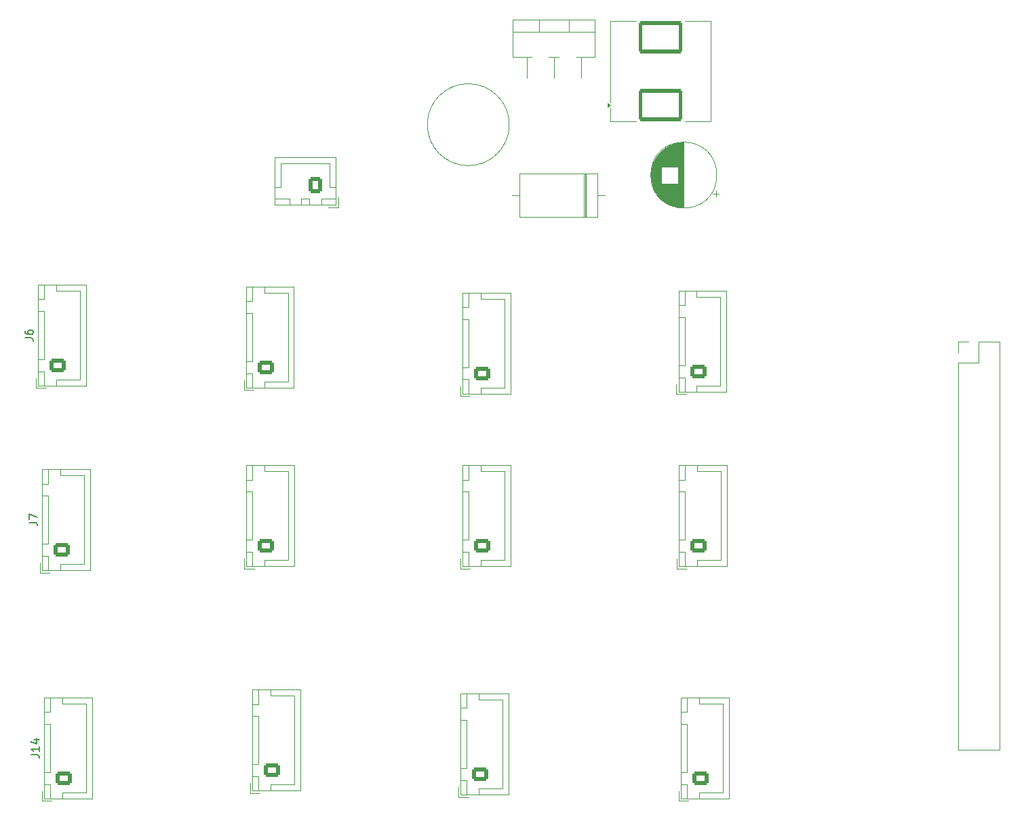
<source format=gto>
G04 #@! TF.GenerationSoftware,KiCad,Pcbnew,8.0.8-8.0.8-0~ubuntu24.04.1*
G04 #@! TF.CreationDate,2025-04-08T09:18:08-05:00*
G04 #@! TF.ProjectId,wasabi,77617361-6269-42e6-9b69-6361645f7063,rev?*
G04 #@! TF.SameCoordinates,Original*
G04 #@! TF.FileFunction,Legend,Top*
G04 #@! TF.FilePolarity,Positive*
%FSLAX46Y46*%
G04 Gerber Fmt 4.6, Leading zero omitted, Abs format (unit mm)*
G04 Created by KiCad (PCBNEW 8.0.8-8.0.8-0~ubuntu24.04.1) date 2025-04-08 09:18:08*
%MOMM*%
%LPD*%
G01*
G04 APERTURE LIST*
G04 Aperture macros list*
%AMRoundRect*
0 Rectangle with rounded corners*
0 $1 Rounding radius*
0 $2 $3 $4 $5 $6 $7 $8 $9 X,Y pos of 4 corners*
0 Add a 4 corners polygon primitive as box body*
4,1,4,$2,$3,$4,$5,$6,$7,$8,$9,$2,$3,0*
0 Add four circle primitives for the rounded corners*
1,1,$1+$1,$2,$3*
1,1,$1+$1,$4,$5*
1,1,$1+$1,$6,$7*
1,1,$1+$1,$8,$9*
0 Add four rect primitives between the rounded corners*
20,1,$1+$1,$2,$3,$4,$5,0*
20,1,$1+$1,$4,$5,$6,$7,0*
20,1,$1+$1,$6,$7,$8,$9,0*
20,1,$1+$1,$8,$9,$2,$3,0*%
G04 Aperture macros list end*
%ADD10C,0.150000*%
%ADD11C,0.120000*%
%ADD12RoundRect,0.250000X0.725000X-0.600000X0.725000X0.600000X-0.725000X0.600000X-0.725000X-0.600000X0*%
%ADD13O,1.950000X1.700000*%
%ADD14C,1.500000*%
%ADD15C,1.600000*%
%ADD16RoundRect,0.250000X0.600000X0.750000X-0.600000X0.750000X-0.600000X-0.750000X0.600000X-0.750000X0*%
%ADD17O,1.700000X2.000000*%
%ADD18R,1.800000X1.800000*%
%ADD19O,1.800000X1.800000*%
%ADD20R,3.200000X3.200000*%
%ADD21O,3.200000X3.200000*%
%ADD22RoundRect,0.250000X2.500000X-1.750000X2.500000X1.750000X-2.500000X1.750000X-2.500000X-1.750000X0*%
%ADD23R,1.600000X1.600000*%
%ADD24R,1.700000X1.700000*%
%ADD25O,1.700000X1.700000*%
G04 APERTURE END LIST*
D10*
X73654819Y-105133333D02*
X74369104Y-105133333D01*
X74369104Y-105133333D02*
X74511961Y-105180952D01*
X74511961Y-105180952D02*
X74607200Y-105276190D01*
X74607200Y-105276190D02*
X74654819Y-105419047D01*
X74654819Y-105419047D02*
X74654819Y-105514285D01*
X73654819Y-104752380D02*
X73654819Y-104085714D01*
X73654819Y-104085714D02*
X74654819Y-104514285D01*
X73904819Y-134119523D02*
X74619104Y-134119523D01*
X74619104Y-134119523D02*
X74761961Y-134167142D01*
X74761961Y-134167142D02*
X74857200Y-134262380D01*
X74857200Y-134262380D02*
X74904819Y-134405237D01*
X74904819Y-134405237D02*
X74904819Y-134500475D01*
X74904819Y-133119523D02*
X74904819Y-133690951D01*
X74904819Y-133405237D02*
X73904819Y-133405237D01*
X73904819Y-133405237D02*
X74047676Y-133500475D01*
X74047676Y-133500475D02*
X74142914Y-133595713D01*
X74142914Y-133595713D02*
X74190533Y-133690951D01*
X74238152Y-132262380D02*
X74904819Y-132262380D01*
X73857200Y-132500475D02*
X74571485Y-132738570D01*
X74571485Y-132738570D02*
X74571485Y-132119523D01*
X73154819Y-82083333D02*
X73869104Y-82083333D01*
X73869104Y-82083333D02*
X74011961Y-82130952D01*
X74011961Y-82130952D02*
X74107200Y-82226190D01*
X74107200Y-82226190D02*
X74154819Y-82369047D01*
X74154819Y-82369047D02*
X74154819Y-82464285D01*
X73154819Y-81178571D02*
X73154819Y-81369047D01*
X73154819Y-81369047D02*
X73202438Y-81464285D01*
X73202438Y-81464285D02*
X73250057Y-81511904D01*
X73250057Y-81511904D02*
X73392914Y-81607142D01*
X73392914Y-81607142D02*
X73583390Y-81654761D01*
X73583390Y-81654761D02*
X73964342Y-81654761D01*
X73964342Y-81654761D02*
X74059580Y-81607142D01*
X74059580Y-81607142D02*
X74107200Y-81559523D01*
X74107200Y-81559523D02*
X74154819Y-81464285D01*
X74154819Y-81464285D02*
X74154819Y-81273809D01*
X74154819Y-81273809D02*
X74107200Y-81178571D01*
X74107200Y-81178571D02*
X74059580Y-81130952D01*
X74059580Y-81130952D02*
X73964342Y-81083333D01*
X73964342Y-81083333D02*
X73726247Y-81083333D01*
X73726247Y-81083333D02*
X73631009Y-81130952D01*
X73631009Y-81130952D02*
X73583390Y-81178571D01*
X73583390Y-81178571D02*
X73535771Y-81273809D01*
X73535771Y-81273809D02*
X73535771Y-81464285D01*
X73535771Y-81464285D02*
X73583390Y-81559523D01*
X73583390Y-81559523D02*
X73631009Y-81607142D01*
X73631009Y-81607142D02*
X73726247Y-81654761D01*
D11*
X101250000Y-137660000D02*
X101250000Y-138910000D01*
X101250000Y-138910000D02*
X102500000Y-138910000D01*
X101540000Y-126000000D02*
X101540000Y-138620000D01*
X101540000Y-138620000D02*
X107510000Y-138620000D01*
X101550000Y-126010000D02*
X101550000Y-127810000D01*
X101550000Y-127810000D02*
X102300000Y-127810000D01*
X101550000Y-129310000D02*
X101550000Y-135310000D01*
X101550000Y-135310000D02*
X102300000Y-135310000D01*
X101550000Y-136810000D02*
X101550000Y-138610000D01*
X101550000Y-138610000D02*
X102300000Y-138610000D01*
X102300000Y-126010000D02*
X101550000Y-126010000D01*
X102300000Y-127810000D02*
X102300000Y-126010000D01*
X102300000Y-129310000D02*
X101550000Y-129310000D01*
X102300000Y-135310000D02*
X102300000Y-129310000D01*
X102300000Y-136810000D02*
X101550000Y-136810000D01*
X102300000Y-138610000D02*
X102300000Y-136810000D01*
X103800000Y-126010000D02*
X103800000Y-126760000D01*
X103800000Y-126760000D02*
X106750000Y-126760000D01*
X103800000Y-137860000D02*
X106750000Y-137860000D01*
X103800000Y-138610000D02*
X103800000Y-137860000D01*
X106750000Y-126760000D02*
X106750000Y-132310000D01*
X106750000Y-137860000D02*
X106750000Y-132310000D01*
X107510000Y-126000000D02*
X101540000Y-126000000D01*
X107510000Y-138620000D02*
X107510000Y-126000000D01*
X133620000Y-55450000D02*
G75*
G02*
X123380000Y-55450000I-5120000J0D01*
G01*
X123380000Y-55450000D02*
G75*
G02*
X133620000Y-55450000I5120000J0D01*
G01*
X100475000Y-87350000D02*
X100475000Y-88600000D01*
X100475000Y-88600000D02*
X101725000Y-88600000D01*
X100765000Y-75690000D02*
X100765000Y-88310000D01*
X100765000Y-88310000D02*
X106735000Y-88310000D01*
X100775000Y-75700000D02*
X100775000Y-77500000D01*
X100775000Y-77500000D02*
X101525000Y-77500000D01*
X100775000Y-79000000D02*
X100775000Y-85000000D01*
X100775000Y-85000000D02*
X101525000Y-85000000D01*
X100775000Y-86500000D02*
X100775000Y-88300000D01*
X100775000Y-88300000D02*
X101525000Y-88300000D01*
X101525000Y-75700000D02*
X100775000Y-75700000D01*
X101525000Y-77500000D02*
X101525000Y-75700000D01*
X101525000Y-79000000D02*
X100775000Y-79000000D01*
X101525000Y-85000000D02*
X101525000Y-79000000D01*
X101525000Y-86500000D02*
X100775000Y-86500000D01*
X101525000Y-88300000D02*
X101525000Y-86500000D01*
X103025000Y-75700000D02*
X103025000Y-76450000D01*
X103025000Y-76450000D02*
X105975000Y-76450000D01*
X103025000Y-87550000D02*
X105975000Y-87550000D01*
X103025000Y-88300000D02*
X103025000Y-87550000D01*
X105975000Y-76450000D02*
X105975000Y-82000000D01*
X105975000Y-87550000D02*
X105975000Y-82000000D01*
X106735000Y-75690000D02*
X100765000Y-75690000D01*
X106735000Y-88310000D02*
X106735000Y-75690000D01*
X154500000Y-109650000D02*
X154500000Y-110900000D01*
X154500000Y-110900000D02*
X155750000Y-110900000D01*
X154790000Y-97990000D02*
X154790000Y-110610000D01*
X154790000Y-110610000D02*
X160760000Y-110610000D01*
X154800000Y-98000000D02*
X154800000Y-99800000D01*
X154800000Y-99800000D02*
X155550000Y-99800000D01*
X154800000Y-101300000D02*
X154800000Y-107300000D01*
X154800000Y-107300000D02*
X155550000Y-107300000D01*
X154800000Y-108800000D02*
X154800000Y-110600000D01*
X154800000Y-110600000D02*
X155550000Y-110600000D01*
X155550000Y-98000000D02*
X154800000Y-98000000D01*
X155550000Y-99800000D02*
X155550000Y-98000000D01*
X155550000Y-101300000D02*
X154800000Y-101300000D01*
X155550000Y-107300000D02*
X155550000Y-101300000D01*
X155550000Y-108800000D02*
X154800000Y-108800000D01*
X155550000Y-110600000D02*
X155550000Y-108800000D01*
X157050000Y-98000000D02*
X157050000Y-98750000D01*
X157050000Y-98750000D02*
X160000000Y-98750000D01*
X157050000Y-109850000D02*
X160000000Y-109850000D01*
X157050000Y-110600000D02*
X157050000Y-109850000D01*
X160000000Y-98750000D02*
X160000000Y-104300000D01*
X160000000Y-109850000D02*
X160000000Y-104300000D01*
X160760000Y-97990000D02*
X154790000Y-97990000D01*
X160760000Y-110610000D02*
X160760000Y-97990000D01*
X104340000Y-59515000D02*
X104340000Y-65485000D01*
X104340000Y-65485000D02*
X111960000Y-65485000D01*
X104350000Y-63225000D02*
X105100000Y-63225000D01*
X104350000Y-64725000D02*
X104350000Y-65475000D01*
X104350000Y-65475000D02*
X106150000Y-65475000D01*
X105100000Y-60275000D02*
X108150000Y-60275000D01*
X105100000Y-63225000D02*
X105100000Y-60275000D01*
X106150000Y-64725000D02*
X104350000Y-64725000D01*
X106150000Y-65475000D02*
X106150000Y-64725000D01*
X107650000Y-64725000D02*
X107650000Y-65475000D01*
X107650000Y-65475000D02*
X108650000Y-65475000D01*
X108650000Y-64725000D02*
X107650000Y-64725000D01*
X108650000Y-65475000D02*
X108650000Y-64725000D01*
X110150000Y-64725000D02*
X110150000Y-65475000D01*
X110150000Y-65475000D02*
X111950000Y-65475000D01*
X111000000Y-65775000D02*
X112250000Y-65775000D01*
X111200000Y-60275000D02*
X108150000Y-60275000D01*
X111200000Y-63225000D02*
X111200000Y-60275000D01*
X111950000Y-63225000D02*
X111200000Y-63225000D01*
X111950000Y-64725000D02*
X110150000Y-64725000D01*
X111950000Y-65475000D02*
X111950000Y-64725000D01*
X111960000Y-59515000D02*
X104340000Y-59515000D01*
X111960000Y-65485000D02*
X111960000Y-59515000D01*
X112250000Y-65775000D02*
X112250000Y-64525000D01*
X154750000Y-138660000D02*
X154750000Y-139910000D01*
X154750000Y-139910000D02*
X156000000Y-139910000D01*
X155040000Y-127000000D02*
X155040000Y-139620000D01*
X155040000Y-139620000D02*
X161010000Y-139620000D01*
X155050000Y-127010000D02*
X155050000Y-128810000D01*
X155050000Y-128810000D02*
X155800000Y-128810000D01*
X155050000Y-130310000D02*
X155050000Y-136310000D01*
X155050000Y-136310000D02*
X155800000Y-136310000D01*
X155050000Y-137810000D02*
X155050000Y-139610000D01*
X155050000Y-139610000D02*
X155800000Y-139610000D01*
X155800000Y-127010000D02*
X155050000Y-127010000D01*
X155800000Y-128810000D02*
X155800000Y-127010000D01*
X155800000Y-130310000D02*
X155050000Y-130310000D01*
X155800000Y-136310000D02*
X155800000Y-130310000D01*
X155800000Y-137810000D02*
X155050000Y-137810000D01*
X155800000Y-139610000D02*
X155800000Y-137810000D01*
X157300000Y-127010000D02*
X157300000Y-127760000D01*
X157300000Y-127760000D02*
X160250000Y-127760000D01*
X157300000Y-138860000D02*
X160250000Y-138860000D01*
X157300000Y-139610000D02*
X157300000Y-138860000D01*
X160250000Y-127760000D02*
X160250000Y-133310000D01*
X160250000Y-138860000D02*
X160250000Y-133310000D01*
X161010000Y-127000000D02*
X155040000Y-127000000D01*
X161010000Y-139620000D02*
X161010000Y-127000000D01*
X100500000Y-109650000D02*
X100500000Y-110900000D01*
X100500000Y-110900000D02*
X101750000Y-110900000D01*
X100790000Y-97990000D02*
X100790000Y-110610000D01*
X100790000Y-110610000D02*
X106760000Y-110610000D01*
X100800000Y-98000000D02*
X100800000Y-99800000D01*
X100800000Y-99800000D02*
X101550000Y-99800000D01*
X100800000Y-101300000D02*
X100800000Y-107300000D01*
X100800000Y-107300000D02*
X101550000Y-107300000D01*
X100800000Y-108800000D02*
X100800000Y-110600000D01*
X100800000Y-110600000D02*
X101550000Y-110600000D01*
X101550000Y-98000000D02*
X100800000Y-98000000D01*
X101550000Y-99800000D02*
X101550000Y-98000000D01*
X101550000Y-101300000D02*
X100800000Y-101300000D01*
X101550000Y-107300000D02*
X101550000Y-101300000D01*
X101550000Y-108800000D02*
X100800000Y-108800000D01*
X101550000Y-110600000D02*
X101550000Y-108800000D01*
X103050000Y-98000000D02*
X103050000Y-98750000D01*
X103050000Y-98750000D02*
X106000000Y-98750000D01*
X103050000Y-109850000D02*
X106000000Y-109850000D01*
X103050000Y-110600000D02*
X103050000Y-109850000D01*
X106000000Y-98750000D02*
X106000000Y-104300000D01*
X106000000Y-109850000D02*
X106000000Y-104300000D01*
X106760000Y-97990000D02*
X100790000Y-97990000D01*
X106760000Y-110610000D02*
X106760000Y-97990000D01*
X75000000Y-110150000D02*
X75000000Y-111400000D01*
X75000000Y-111400000D02*
X76250000Y-111400000D01*
X75290000Y-98490000D02*
X75290000Y-111110000D01*
X75290000Y-111110000D02*
X81260000Y-111110000D01*
X75300000Y-98500000D02*
X75300000Y-100300000D01*
X75300000Y-100300000D02*
X76050000Y-100300000D01*
X75300000Y-101800000D02*
X75300000Y-107800000D01*
X75300000Y-107800000D02*
X76050000Y-107800000D01*
X75300000Y-109300000D02*
X75300000Y-111100000D01*
X75300000Y-111100000D02*
X76050000Y-111100000D01*
X76050000Y-98500000D02*
X75300000Y-98500000D01*
X76050000Y-100300000D02*
X76050000Y-98500000D01*
X76050000Y-101800000D02*
X75300000Y-101800000D01*
X76050000Y-107800000D02*
X76050000Y-101800000D01*
X76050000Y-109300000D02*
X75300000Y-109300000D01*
X76050000Y-111100000D02*
X76050000Y-109300000D01*
X77550000Y-98500000D02*
X77550000Y-99250000D01*
X77550000Y-99250000D02*
X80500000Y-99250000D01*
X77550000Y-110350000D02*
X80500000Y-110350000D01*
X77550000Y-111100000D02*
X77550000Y-110350000D01*
X80500000Y-99250000D02*
X80500000Y-104800000D01*
X80500000Y-110350000D02*
X80500000Y-104800000D01*
X81260000Y-98490000D02*
X75290000Y-98490000D01*
X81260000Y-111110000D02*
X81260000Y-98490000D01*
X127250000Y-138160000D02*
X127250000Y-139410000D01*
X127250000Y-139410000D02*
X128500000Y-139410000D01*
X127540000Y-126500000D02*
X127540000Y-139120000D01*
X127540000Y-139120000D02*
X133510000Y-139120000D01*
X127550000Y-126510000D02*
X127550000Y-128310000D01*
X127550000Y-128310000D02*
X128300000Y-128310000D01*
X127550000Y-129810000D02*
X127550000Y-135810000D01*
X127550000Y-135810000D02*
X128300000Y-135810000D01*
X127550000Y-137310000D02*
X127550000Y-139110000D01*
X127550000Y-139110000D02*
X128300000Y-139110000D01*
X128300000Y-126510000D02*
X127550000Y-126510000D01*
X128300000Y-128310000D02*
X128300000Y-126510000D01*
X128300000Y-129810000D02*
X127550000Y-129810000D01*
X128300000Y-135810000D02*
X128300000Y-129810000D01*
X128300000Y-137310000D02*
X127550000Y-137310000D01*
X128300000Y-139110000D02*
X128300000Y-137310000D01*
X129800000Y-126510000D02*
X129800000Y-127260000D01*
X129800000Y-127260000D02*
X132750000Y-127260000D01*
X129800000Y-138360000D02*
X132750000Y-138360000D01*
X129800000Y-139110000D02*
X129800000Y-138360000D01*
X132750000Y-127260000D02*
X132750000Y-132810000D01*
X132750000Y-138360000D02*
X132750000Y-132810000D01*
X133510000Y-126500000D02*
X127540000Y-126500000D01*
X133510000Y-139120000D02*
X133510000Y-126500000D01*
X134079000Y-42330000D02*
X134079000Y-46971000D01*
X134079000Y-42330000D02*
X144320000Y-42330000D01*
X134079000Y-43839000D02*
X144320000Y-43839000D01*
X134079000Y-46971000D02*
X136435000Y-46971000D01*
X135800000Y-46971000D02*
X135800000Y-49601000D01*
X137350000Y-42330000D02*
X137350000Y-43839000D01*
X138565000Y-46971000D02*
X139835000Y-46971000D01*
X139200000Y-46971000D02*
X139200000Y-49585000D01*
X141050000Y-42330000D02*
X141050000Y-43839000D01*
X141965000Y-46971000D02*
X144320000Y-46971000D01*
X142600000Y-46971000D02*
X142600000Y-49585000D01*
X144320000Y-42330000D02*
X144320000Y-46971000D01*
X133970000Y-64250000D02*
X134880000Y-64250000D01*
X134880000Y-61530000D02*
X134880000Y-66970000D01*
X134880000Y-66970000D02*
X144620000Y-66970000D01*
X142955000Y-66970000D02*
X142955000Y-61530000D01*
X143075000Y-66970000D02*
X143075000Y-61530000D01*
X143195000Y-66970000D02*
X143195000Y-61530000D01*
X144620000Y-61530000D02*
X134880000Y-61530000D01*
X144620000Y-66970000D02*
X144620000Y-61530000D01*
X145530000Y-64250000D02*
X144620000Y-64250000D01*
X146240000Y-42490000D02*
X149490000Y-42490000D01*
X146240000Y-52640000D02*
X146240000Y-42490000D01*
X146240000Y-55010000D02*
X146240000Y-53360000D01*
X146240000Y-55010000D02*
X149490000Y-55010000D01*
X158760000Y-42490000D02*
X155510000Y-42490000D01*
X158760000Y-55010000D02*
X155510000Y-55010000D01*
X158760000Y-55010000D02*
X158760000Y-42490000D01*
X146240000Y-53000000D02*
X145910000Y-53240000D01*
X145910000Y-52760000D01*
X146240000Y-53000000D01*
G36*
X146240000Y-53000000D02*
G01*
X145910000Y-53240000D01*
X145910000Y-52760000D01*
X146240000Y-53000000D01*
G37*
X127500000Y-109650000D02*
X127500000Y-110900000D01*
X127500000Y-110900000D02*
X128750000Y-110900000D01*
X127790000Y-97990000D02*
X127790000Y-110610000D01*
X127790000Y-110610000D02*
X133760000Y-110610000D01*
X127800000Y-98000000D02*
X127800000Y-99800000D01*
X127800000Y-99800000D02*
X128550000Y-99800000D01*
X127800000Y-101300000D02*
X127800000Y-107300000D01*
X127800000Y-107300000D02*
X128550000Y-107300000D01*
X127800000Y-108800000D02*
X127800000Y-110600000D01*
X127800000Y-110600000D02*
X128550000Y-110600000D01*
X128550000Y-98000000D02*
X127800000Y-98000000D01*
X128550000Y-99800000D02*
X128550000Y-98000000D01*
X128550000Y-101300000D02*
X127800000Y-101300000D01*
X128550000Y-107300000D02*
X128550000Y-101300000D01*
X128550000Y-108800000D02*
X127800000Y-108800000D01*
X128550000Y-110600000D02*
X128550000Y-108800000D01*
X130050000Y-98000000D02*
X130050000Y-98750000D01*
X130050000Y-98750000D02*
X133000000Y-98750000D01*
X130050000Y-109850000D02*
X133000000Y-109850000D01*
X130050000Y-110600000D02*
X130050000Y-109850000D01*
X133000000Y-98750000D02*
X133000000Y-104300000D01*
X133000000Y-109850000D02*
X133000000Y-104300000D01*
X133760000Y-97990000D02*
X127790000Y-97990000D01*
X133760000Y-110610000D02*
X133760000Y-97990000D01*
X75250000Y-138660000D02*
X75250000Y-139910000D01*
X75250000Y-139910000D02*
X76500000Y-139910000D01*
X75540000Y-127000000D02*
X75540000Y-139620000D01*
X75540000Y-139620000D02*
X81510000Y-139620000D01*
X75550000Y-127010000D02*
X75550000Y-128810000D01*
X75550000Y-128810000D02*
X76300000Y-128810000D01*
X75550000Y-130310000D02*
X75550000Y-136310000D01*
X75550000Y-136310000D02*
X76300000Y-136310000D01*
X75550000Y-137810000D02*
X75550000Y-139610000D01*
X75550000Y-139610000D02*
X76300000Y-139610000D01*
X76300000Y-127010000D02*
X75550000Y-127010000D01*
X76300000Y-128810000D02*
X76300000Y-127010000D01*
X76300000Y-130310000D02*
X75550000Y-130310000D01*
X76300000Y-136310000D02*
X76300000Y-130310000D01*
X76300000Y-137810000D02*
X75550000Y-137810000D01*
X76300000Y-139610000D02*
X76300000Y-137810000D01*
X77800000Y-127010000D02*
X77800000Y-127760000D01*
X77800000Y-127760000D02*
X80750000Y-127760000D01*
X77800000Y-138860000D02*
X80750000Y-138860000D01*
X77800000Y-139610000D02*
X77800000Y-138860000D01*
X80750000Y-127760000D02*
X80750000Y-133310000D01*
X80750000Y-138860000D02*
X80750000Y-133310000D01*
X81510000Y-127000000D02*
X75540000Y-127000000D01*
X81510000Y-139620000D02*
X81510000Y-127000000D01*
X151321651Y-62283000D02*
X151321651Y-61217000D01*
X151361651Y-62518000D02*
X151361651Y-60982000D01*
X151401651Y-62698000D02*
X151401651Y-60802000D01*
X151441651Y-62848000D02*
X151441651Y-60652000D01*
X151481651Y-62979000D02*
X151481651Y-60521000D01*
X151521651Y-63096000D02*
X151521651Y-60404000D01*
X151561651Y-63203000D02*
X151561651Y-60297000D01*
X151601651Y-63302000D02*
X151601651Y-60198000D01*
X151641651Y-63395000D02*
X151641651Y-60105000D01*
X151681651Y-63481000D02*
X151681651Y-60019000D01*
X151721651Y-63563000D02*
X151721651Y-59937000D01*
X151761651Y-63640000D02*
X151761651Y-59860000D01*
X151801651Y-63714000D02*
X151801651Y-59786000D01*
X151841651Y-63784000D02*
X151841651Y-59716000D01*
X151881651Y-63852000D02*
X151881651Y-59648000D01*
X151921651Y-63916000D02*
X151921651Y-59584000D01*
X151961651Y-63978000D02*
X151961651Y-59522000D01*
X152001651Y-64037000D02*
X152001651Y-59463000D01*
X152041651Y-64095000D02*
X152041651Y-59405000D01*
X152081651Y-64150000D02*
X152081651Y-59350000D01*
X152121651Y-64204000D02*
X152121651Y-59296000D01*
X152161651Y-64255000D02*
X152161651Y-59245000D01*
X152201651Y-64306000D02*
X152201651Y-59194000D01*
X152241651Y-64354000D02*
X152241651Y-59146000D01*
X152281651Y-64401000D02*
X152281651Y-59099000D01*
X152321651Y-64447000D02*
X152321651Y-59053000D01*
X152361651Y-64491000D02*
X152361651Y-59009000D01*
X152401651Y-64534000D02*
X152401651Y-58966000D01*
X152441651Y-64576000D02*
X152441651Y-58924000D01*
X152481651Y-64617000D02*
X152481651Y-58883000D01*
X152521651Y-64657000D02*
X152521651Y-58843000D01*
X152561651Y-64695000D02*
X152561651Y-58805000D01*
X152601651Y-64733000D02*
X152601651Y-58767000D01*
X152641651Y-60710000D02*
X152641651Y-58731000D01*
X152641651Y-64769000D02*
X152641651Y-62790000D01*
X152681651Y-60710000D02*
X152681651Y-58695000D01*
X152681651Y-64805000D02*
X152681651Y-62790000D01*
X152721651Y-60710000D02*
X152721651Y-58660000D01*
X152721651Y-64840000D02*
X152721651Y-62790000D01*
X152761651Y-60710000D02*
X152761651Y-58626000D01*
X152761651Y-64874000D02*
X152761651Y-62790000D01*
X152801651Y-60710000D02*
X152801651Y-58594000D01*
X152801651Y-64906000D02*
X152801651Y-62790000D01*
X152841651Y-60710000D02*
X152841651Y-58561000D01*
X152841651Y-64939000D02*
X152841651Y-62790000D01*
X152881651Y-60710000D02*
X152881651Y-58530000D01*
X152881651Y-64970000D02*
X152881651Y-62790000D01*
X152921651Y-60710000D02*
X152921651Y-58500000D01*
X152921651Y-65000000D02*
X152921651Y-62790000D01*
X152961651Y-60710000D02*
X152961651Y-58470000D01*
X152961651Y-65030000D02*
X152961651Y-62790000D01*
X153001651Y-60710000D02*
X153001651Y-58441000D01*
X153001651Y-65059000D02*
X153001651Y-62790000D01*
X153041651Y-60710000D02*
X153041651Y-58412000D01*
X153041651Y-65088000D02*
X153041651Y-62790000D01*
X153081651Y-60710000D02*
X153081651Y-58385000D01*
X153081651Y-65115000D02*
X153081651Y-62790000D01*
X153121651Y-60710000D02*
X153121651Y-58358000D01*
X153121651Y-65142000D02*
X153121651Y-62790000D01*
X153161651Y-60710000D02*
X153161651Y-58332000D01*
X153161651Y-65168000D02*
X153161651Y-62790000D01*
X153201651Y-60710000D02*
X153201651Y-58306000D01*
X153201651Y-65194000D02*
X153201651Y-62790000D01*
X153241651Y-60710000D02*
X153241651Y-58281000D01*
X153241651Y-65219000D02*
X153241651Y-62790000D01*
X153281651Y-60710000D02*
X153281651Y-58257000D01*
X153281651Y-65243000D02*
X153281651Y-62790000D01*
X153321651Y-60710000D02*
X153321651Y-58233000D01*
X153321651Y-65267000D02*
X153321651Y-62790000D01*
X153361651Y-60710000D02*
X153361651Y-58210000D01*
X153361651Y-65290000D02*
X153361651Y-62790000D01*
X153401651Y-60710000D02*
X153401651Y-58188000D01*
X153401651Y-65312000D02*
X153401651Y-62790000D01*
X153441651Y-60710000D02*
X153441651Y-58166000D01*
X153441651Y-65334000D02*
X153441651Y-62790000D01*
X153481651Y-60710000D02*
X153481651Y-58144000D01*
X153481651Y-65356000D02*
X153481651Y-62790000D01*
X153521651Y-60710000D02*
X153521651Y-58123000D01*
X153521651Y-65377000D02*
X153521651Y-62790000D01*
X153561651Y-60710000D02*
X153561651Y-58103000D01*
X153561651Y-65397000D02*
X153561651Y-62790000D01*
X153601651Y-60710000D02*
X153601651Y-58084000D01*
X153601651Y-65416000D02*
X153601651Y-62790000D01*
X153641651Y-60710000D02*
X153641651Y-58064000D01*
X153641651Y-65436000D02*
X153641651Y-62790000D01*
X153681651Y-60710000D02*
X153681651Y-58046000D01*
X153681651Y-65454000D02*
X153681651Y-62790000D01*
X153721651Y-60710000D02*
X153721651Y-58028000D01*
X153721651Y-65472000D02*
X153721651Y-62790000D01*
X153761651Y-60710000D02*
X153761651Y-58010000D01*
X153761651Y-65490000D02*
X153761651Y-62790000D01*
X153801651Y-60710000D02*
X153801651Y-57993000D01*
X153801651Y-65507000D02*
X153801651Y-62790000D01*
X153841651Y-60710000D02*
X153841651Y-57976000D01*
X153841651Y-65524000D02*
X153841651Y-62790000D01*
X153881651Y-60710000D02*
X153881651Y-57960000D01*
X153881651Y-65540000D02*
X153881651Y-62790000D01*
X153921651Y-60710000D02*
X153921651Y-57945000D01*
X153921651Y-65555000D02*
X153921651Y-62790000D01*
X153961651Y-60710000D02*
X153961651Y-57929000D01*
X153961651Y-65571000D02*
X153961651Y-62790000D01*
X154001651Y-60710000D02*
X154001651Y-57915000D01*
X154001651Y-65585000D02*
X154001651Y-62790000D01*
X154041651Y-60710000D02*
X154041651Y-57900000D01*
X154041651Y-65600000D02*
X154041651Y-62790000D01*
X154081651Y-60710000D02*
X154081651Y-57887000D01*
X154081651Y-65613000D02*
X154081651Y-62790000D01*
X154121651Y-60710000D02*
X154121651Y-57873000D01*
X154121651Y-65627000D02*
X154121651Y-62790000D01*
X154161651Y-60710000D02*
X154161651Y-57861000D01*
X154161651Y-65639000D02*
X154161651Y-62790000D01*
X154201651Y-60710000D02*
X154201651Y-57848000D01*
X154201651Y-65652000D02*
X154201651Y-62790000D01*
X154241651Y-60710000D02*
X154241651Y-57836000D01*
X154241651Y-65664000D02*
X154241651Y-62790000D01*
X154281651Y-60710000D02*
X154281651Y-57825000D01*
X154281651Y-65675000D02*
X154281651Y-62790000D01*
X154321651Y-60710000D02*
X154321651Y-57814000D01*
X154321651Y-65686000D02*
X154321651Y-62790000D01*
X154361651Y-60710000D02*
X154361651Y-57803000D01*
X154361651Y-65697000D02*
X154361651Y-62790000D01*
X154401651Y-60710000D02*
X154401651Y-57793000D01*
X154401651Y-65707000D02*
X154401651Y-62790000D01*
X154441651Y-60710000D02*
X154441651Y-57783000D01*
X154441651Y-65717000D02*
X154441651Y-62790000D01*
X154481651Y-60710000D02*
X154481651Y-57774000D01*
X154481651Y-65726000D02*
X154481651Y-62790000D01*
X154521651Y-60710000D02*
X154521651Y-57765000D01*
X154521651Y-65735000D02*
X154521651Y-62790000D01*
X154561651Y-60710000D02*
X154561651Y-57756000D01*
X154561651Y-65744000D02*
X154561651Y-62790000D01*
X154601651Y-60710000D02*
X154601651Y-57748000D01*
X154601651Y-65752000D02*
X154601651Y-62790000D01*
X154641651Y-60710000D02*
X154641651Y-57740000D01*
X154641651Y-65760000D02*
X154641651Y-62790000D01*
X154681651Y-60710000D02*
X154681651Y-57733000D01*
X154681651Y-65767000D02*
X154681651Y-62790000D01*
X154722651Y-65774000D02*
X154722651Y-57726000D01*
X154762651Y-65780000D02*
X154762651Y-57720000D01*
X154802651Y-65787000D02*
X154802651Y-57713000D01*
X154842651Y-65792000D02*
X154842651Y-57708000D01*
X154882651Y-65798000D02*
X154882651Y-57702000D01*
X154922651Y-65802000D02*
X154922651Y-57698000D01*
X154962651Y-65807000D02*
X154962651Y-57693000D01*
X155002651Y-65811000D02*
X155002651Y-57689000D01*
X155042651Y-65815000D02*
X155042651Y-57685000D01*
X155082651Y-65818000D02*
X155082651Y-57682000D01*
X155122651Y-65821000D02*
X155122651Y-57679000D01*
X155162651Y-65824000D02*
X155162651Y-57676000D01*
X155202651Y-65826000D02*
X155202651Y-57674000D01*
X155242651Y-65827000D02*
X155242651Y-57673000D01*
X155282651Y-65829000D02*
X155282651Y-57671000D01*
X155322651Y-65830000D02*
X155322651Y-57670000D01*
X155362651Y-65830000D02*
X155362651Y-57670000D01*
X155402651Y-65830000D02*
X155402651Y-57670000D01*
X159412349Y-64465000D02*
X159412349Y-63665000D01*
X159812349Y-64065000D02*
X159012349Y-64065000D01*
X159522651Y-61750000D02*
G75*
G02*
X151282651Y-61750000I-4120000J0D01*
G01*
X151282651Y-61750000D02*
G75*
G02*
X159522651Y-61750000I4120000J0D01*
G01*
X154475000Y-87850000D02*
X154475000Y-89100000D01*
X154475000Y-89100000D02*
X155725000Y-89100000D01*
X154765000Y-76190000D02*
X154765000Y-88810000D01*
X154765000Y-88810000D02*
X160735000Y-88810000D01*
X154775000Y-76200000D02*
X154775000Y-78000000D01*
X154775000Y-78000000D02*
X155525000Y-78000000D01*
X154775000Y-79500000D02*
X154775000Y-85500000D01*
X154775000Y-85500000D02*
X155525000Y-85500000D01*
X154775000Y-87000000D02*
X154775000Y-88800000D01*
X154775000Y-88800000D02*
X155525000Y-88800000D01*
X155525000Y-76200000D02*
X154775000Y-76200000D01*
X155525000Y-78000000D02*
X155525000Y-76200000D01*
X155525000Y-79500000D02*
X154775000Y-79500000D01*
X155525000Y-85500000D02*
X155525000Y-79500000D01*
X155525000Y-87000000D02*
X154775000Y-87000000D01*
X155525000Y-88800000D02*
X155525000Y-87000000D01*
X157025000Y-76200000D02*
X157025000Y-76950000D01*
X157025000Y-76950000D02*
X159975000Y-76950000D01*
X157025000Y-88050000D02*
X159975000Y-88050000D01*
X157025000Y-88800000D02*
X157025000Y-88050000D01*
X159975000Y-76950000D02*
X159975000Y-82500000D01*
X159975000Y-88050000D02*
X159975000Y-82500000D01*
X160735000Y-76190000D02*
X154765000Y-76190000D01*
X160735000Y-88810000D02*
X160735000Y-76190000D01*
X74500000Y-87100000D02*
X74500000Y-88350000D01*
X74500000Y-88350000D02*
X75750000Y-88350000D01*
X74790000Y-75440000D02*
X74790000Y-88060000D01*
X74790000Y-88060000D02*
X80760000Y-88060000D01*
X74800000Y-75450000D02*
X74800000Y-77250000D01*
X74800000Y-77250000D02*
X75550000Y-77250000D01*
X74800000Y-78750000D02*
X74800000Y-84750000D01*
X74800000Y-84750000D02*
X75550000Y-84750000D01*
X74800000Y-86250000D02*
X74800000Y-88050000D01*
X74800000Y-88050000D02*
X75550000Y-88050000D01*
X75550000Y-75450000D02*
X74800000Y-75450000D01*
X75550000Y-77250000D02*
X75550000Y-75450000D01*
X75550000Y-78750000D02*
X74800000Y-78750000D01*
X75550000Y-84750000D02*
X75550000Y-78750000D01*
X75550000Y-86250000D02*
X74800000Y-86250000D01*
X75550000Y-88050000D02*
X75550000Y-86250000D01*
X77050000Y-75450000D02*
X77050000Y-76200000D01*
X77050000Y-76200000D02*
X80000000Y-76200000D01*
X77050000Y-87300000D02*
X80000000Y-87300000D01*
X77050000Y-88050000D02*
X77050000Y-87300000D01*
X80000000Y-76200000D02*
X80000000Y-81750000D01*
X80000000Y-87300000D02*
X80000000Y-81750000D01*
X80760000Y-75440000D02*
X74790000Y-75440000D01*
X80760000Y-88060000D02*
X80760000Y-75440000D01*
X189630000Y-82590000D02*
X190960000Y-82590000D01*
X189630000Y-83920000D02*
X189630000Y-82590000D01*
X189630000Y-85190000D02*
X189630000Y-133510000D01*
X189630000Y-85190000D02*
X192230000Y-85190000D01*
X189630000Y-133510000D02*
X194830000Y-133510000D01*
X192230000Y-82590000D02*
X194830000Y-82590000D01*
X192230000Y-85190000D02*
X192230000Y-82590000D01*
X194830000Y-82590000D02*
X194830000Y-133510000D01*
X127500000Y-88100000D02*
X127500000Y-89350000D01*
X127500000Y-89350000D02*
X128750000Y-89350000D01*
X127790000Y-76440000D02*
X127790000Y-89060000D01*
X127790000Y-89060000D02*
X133760000Y-89060000D01*
X127800000Y-76450000D02*
X127800000Y-78250000D01*
X127800000Y-78250000D02*
X128550000Y-78250000D01*
X127800000Y-79750000D02*
X127800000Y-85750000D01*
X127800000Y-85750000D02*
X128550000Y-85750000D01*
X127800000Y-87250000D02*
X127800000Y-89050000D01*
X127800000Y-89050000D02*
X128550000Y-89050000D01*
X128550000Y-76450000D02*
X127800000Y-76450000D01*
X128550000Y-78250000D02*
X128550000Y-76450000D01*
X128550000Y-79750000D02*
X127800000Y-79750000D01*
X128550000Y-85750000D02*
X128550000Y-79750000D01*
X128550000Y-87250000D02*
X127800000Y-87250000D01*
X128550000Y-89050000D02*
X128550000Y-87250000D01*
X130050000Y-76450000D02*
X130050000Y-77200000D01*
X130050000Y-77200000D02*
X133000000Y-77200000D01*
X130050000Y-88300000D02*
X133000000Y-88300000D01*
X130050000Y-89050000D02*
X130050000Y-88300000D01*
X133000000Y-77200000D02*
X133000000Y-82750000D01*
X133000000Y-88300000D02*
X133000000Y-82750000D01*
X133760000Y-76440000D02*
X127790000Y-76440000D01*
X133760000Y-89060000D02*
X133760000Y-76440000D01*
%LPC*%
D12*
X104000000Y-136060000D03*
D13*
X104000000Y-133560000D03*
X104000000Y-131060000D03*
X104000000Y-128560000D03*
D14*
X164750000Y-91540000D03*
X164750000Y-89000000D03*
X164750000Y-86460000D03*
X164750000Y-83920000D03*
X164750000Y-81380000D03*
X164750000Y-78840000D03*
X164750000Y-76300000D03*
X164750000Y-73760000D03*
X177250000Y-91540000D03*
X177250000Y-89000000D03*
X177250000Y-86460000D03*
X177250000Y-83920000D03*
X177250000Y-81380000D03*
X177250000Y-78840000D03*
X177250000Y-76300000D03*
X177250000Y-73760000D03*
D15*
X128500000Y-52950000D03*
X128500000Y-57950000D03*
D12*
X103225000Y-85750000D03*
D13*
X103225000Y-83250000D03*
X103225000Y-80750000D03*
X103225000Y-78250000D03*
D12*
X157250000Y-108050000D03*
D13*
X157250000Y-105550000D03*
X157250000Y-103050000D03*
X157250000Y-100550000D03*
D16*
X109400000Y-63025000D03*
D17*
X106900000Y-63025000D03*
D12*
X157500000Y-137060000D03*
D13*
X157500000Y-134560000D03*
X157500000Y-132060000D03*
X157500000Y-129560000D03*
D14*
X84350000Y-113000000D03*
X84350000Y-110460000D03*
X84350000Y-107920000D03*
X84350000Y-105380000D03*
X84350000Y-102840000D03*
X84350000Y-100300000D03*
X84350000Y-97760000D03*
X84350000Y-95220000D03*
X96850000Y-113000000D03*
X96850000Y-110460000D03*
X96850000Y-107920000D03*
X96850000Y-105380000D03*
X96850000Y-102840000D03*
X96850000Y-100300000D03*
X96850000Y-97760000D03*
X96850000Y-95220000D03*
D12*
X103250000Y-108050000D03*
D13*
X103250000Y-105550000D03*
X103250000Y-103050000D03*
X103250000Y-100550000D03*
D14*
X164750000Y-113540000D03*
X164750000Y-111000000D03*
X164750000Y-108460000D03*
X164750000Y-105920000D03*
X164750000Y-103380000D03*
X164750000Y-100840000D03*
X164750000Y-98300000D03*
X164750000Y-95760000D03*
X177250000Y-113540000D03*
X177250000Y-111000000D03*
X177250000Y-108460000D03*
X177250000Y-105920000D03*
X177250000Y-103380000D03*
X177250000Y-100840000D03*
X177250000Y-98300000D03*
X177250000Y-95760000D03*
D12*
X77750000Y-108550000D03*
D13*
X77750000Y-106050000D03*
X77750000Y-103550000D03*
X77750000Y-101050000D03*
D14*
X84600000Y-141960000D03*
X84600000Y-139420000D03*
X84600000Y-136880000D03*
X84600000Y-134340000D03*
X84600000Y-131800000D03*
X84600000Y-129260000D03*
X84600000Y-126720000D03*
X84600000Y-124180000D03*
X97100000Y-141960000D03*
X97100000Y-139420000D03*
X97100000Y-136880000D03*
X97100000Y-134340000D03*
X97100000Y-131800000D03*
X97100000Y-129260000D03*
X97100000Y-126720000D03*
X97100000Y-124180000D03*
X137250000Y-91000000D03*
X137250000Y-88460000D03*
X137250000Y-85920000D03*
X137250000Y-83380000D03*
X137250000Y-80840000D03*
X137250000Y-78300000D03*
X137250000Y-75760000D03*
X137250000Y-73220000D03*
X149750000Y-91000000D03*
X149750000Y-88460000D03*
X149750000Y-85920000D03*
X149750000Y-83380000D03*
X149750000Y-80840000D03*
X149750000Y-78300000D03*
X149750000Y-75760000D03*
X149750000Y-73220000D03*
X110350000Y-91000000D03*
X110350000Y-88460000D03*
X110350000Y-85920000D03*
X110350000Y-83380000D03*
X110350000Y-80840000D03*
X110350000Y-78300000D03*
X110350000Y-75760000D03*
X110350000Y-73220000D03*
X122850000Y-91000000D03*
X122850000Y-88460000D03*
X122850000Y-85920000D03*
X122850000Y-83380000D03*
X122850000Y-80840000D03*
X122850000Y-78300000D03*
X122850000Y-75760000D03*
X122850000Y-73220000D03*
D12*
X130000000Y-136560000D03*
D13*
X130000000Y-134060000D03*
X130000000Y-131560000D03*
X130000000Y-129060000D03*
D18*
X135800000Y-50650000D03*
D19*
X137500000Y-46950000D03*
X139200000Y-50650000D03*
X140900000Y-46950000D03*
X142600000Y-50650000D03*
D20*
X147370000Y-64250000D03*
D21*
X132130000Y-64250000D03*
D22*
X152500000Y-53000000D03*
X152500000Y-44500000D03*
D12*
X130250000Y-108050000D03*
D13*
X130250000Y-105550000D03*
X130250000Y-103050000D03*
X130250000Y-100550000D03*
D12*
X78000000Y-137060000D03*
D13*
X78000000Y-134560000D03*
X78000000Y-132060000D03*
X78000000Y-129560000D03*
D14*
X110600000Y-141960000D03*
X110600000Y-139420000D03*
X110600000Y-136880000D03*
X110600000Y-134340000D03*
X110600000Y-131800000D03*
X110600000Y-129260000D03*
X110600000Y-126720000D03*
X110600000Y-124180000D03*
X123100000Y-141960000D03*
X123100000Y-139420000D03*
X123100000Y-136880000D03*
X123100000Y-134340000D03*
X123100000Y-131800000D03*
X123100000Y-129260000D03*
X123100000Y-126720000D03*
X123100000Y-124180000D03*
X137500000Y-141960000D03*
X137500000Y-139420000D03*
X137500000Y-136880000D03*
X137500000Y-134340000D03*
X137500000Y-131800000D03*
X137500000Y-129260000D03*
X137500000Y-126720000D03*
X137500000Y-124180000D03*
X150000000Y-141960000D03*
X150000000Y-139420000D03*
X150000000Y-136880000D03*
X150000000Y-134340000D03*
X150000000Y-131800000D03*
X150000000Y-129260000D03*
X150000000Y-126720000D03*
X150000000Y-124180000D03*
D23*
X157152651Y-61750000D03*
D15*
X153652651Y-61750000D03*
D14*
X164750000Y-142000000D03*
X164750000Y-139460000D03*
X164750000Y-136920000D03*
X164750000Y-134380000D03*
X164750000Y-131840000D03*
X164750000Y-129300000D03*
X164750000Y-126760000D03*
X164750000Y-124220000D03*
X177250000Y-142000000D03*
X177250000Y-139460000D03*
X177250000Y-136920000D03*
X177250000Y-134380000D03*
X177250000Y-131840000D03*
X177250000Y-129300000D03*
X177250000Y-126760000D03*
X177250000Y-124220000D03*
D12*
X157225000Y-86250000D03*
D13*
X157225000Y-83750000D03*
X157225000Y-81250000D03*
X157225000Y-78750000D03*
D14*
X137250000Y-113000000D03*
X137250000Y-110460000D03*
X137250000Y-107920000D03*
X137250000Y-105380000D03*
X137250000Y-102840000D03*
X137250000Y-100300000D03*
X137250000Y-97760000D03*
X137250000Y-95220000D03*
X149750000Y-113000000D03*
X149750000Y-110460000D03*
X149750000Y-107920000D03*
X149750000Y-105380000D03*
X149750000Y-102840000D03*
X149750000Y-100300000D03*
X149750000Y-97760000D03*
X149750000Y-95220000D03*
D12*
X77250000Y-85500000D03*
D13*
X77250000Y-83000000D03*
X77250000Y-80500000D03*
X77250000Y-78000000D03*
D14*
X84350000Y-91000000D03*
X84350000Y-88460000D03*
X84350000Y-85920000D03*
X84350000Y-83380000D03*
X84350000Y-80840000D03*
X84350000Y-78300000D03*
X84350000Y-75760000D03*
X84350000Y-73220000D03*
X96850000Y-91000000D03*
X96850000Y-88460000D03*
X96850000Y-85920000D03*
X96850000Y-83380000D03*
X96850000Y-80840000D03*
X96850000Y-78300000D03*
X96850000Y-75760000D03*
X96850000Y-73220000D03*
X110350000Y-113000000D03*
X110350000Y-110460000D03*
X110350000Y-107920000D03*
X110350000Y-105380000D03*
X110350000Y-102840000D03*
X110350000Y-100300000D03*
X110350000Y-97760000D03*
X110350000Y-95220000D03*
X122850000Y-113000000D03*
X122850000Y-110460000D03*
X122850000Y-107920000D03*
X122850000Y-105380000D03*
X122850000Y-102840000D03*
X122850000Y-100300000D03*
X122850000Y-97760000D03*
X122850000Y-95220000D03*
D24*
X190960000Y-83920000D03*
D25*
X193500000Y-83920000D03*
X190960000Y-86460000D03*
X193500000Y-86460000D03*
X190960000Y-89000000D03*
X193500000Y-89000000D03*
X190960000Y-91540000D03*
X193500000Y-91540000D03*
X190960000Y-94080000D03*
X193500000Y-94080000D03*
X190960000Y-96620000D03*
X193500000Y-96620000D03*
X190960000Y-99160000D03*
X193500000Y-99160000D03*
X190960000Y-101700000D03*
X193500000Y-101700000D03*
X190960000Y-104240000D03*
X193500000Y-104240000D03*
X190960000Y-106780000D03*
X193500000Y-106780000D03*
X190960000Y-109320000D03*
X193500000Y-109320000D03*
X190960000Y-111860000D03*
X193500000Y-111860000D03*
X190960000Y-114400000D03*
X193500000Y-114400000D03*
X190960000Y-116940000D03*
X193500000Y-116940000D03*
X190960000Y-119480000D03*
X193500000Y-119480000D03*
X190960000Y-122020000D03*
X193500000Y-122020000D03*
X190960000Y-124560000D03*
X193500000Y-124560000D03*
X190960000Y-127100000D03*
X193500000Y-127100000D03*
X190960000Y-129640000D03*
X193500000Y-129640000D03*
X190960000Y-132180000D03*
X193500000Y-132180000D03*
D12*
X130250000Y-86500000D03*
D13*
X130250000Y-84000000D03*
X130250000Y-81500000D03*
X130250000Y-79000000D03*
%LPD*%
M02*

</source>
